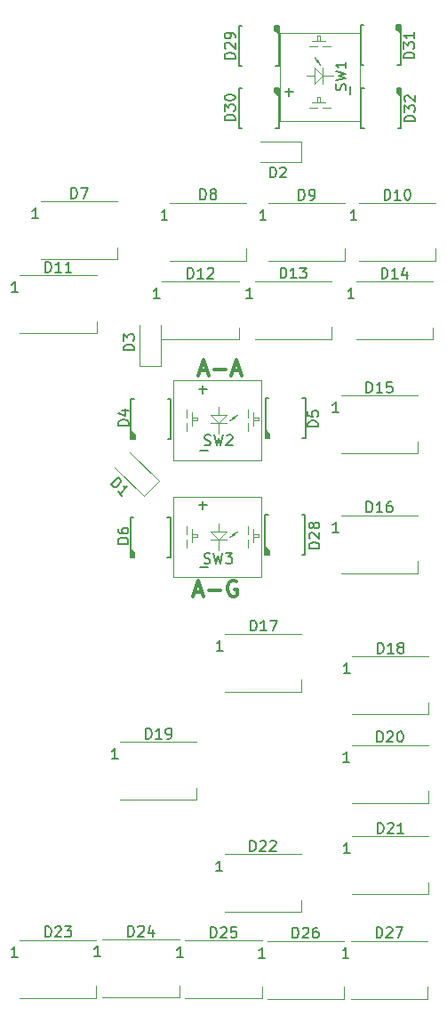
<source format=gbr>
G04 #@! TF.GenerationSoftware,KiCad,Pcbnew,(5.1.6)-1*
G04 #@! TF.CreationDate,2020-11-25T12:38:54+11:00*
G04 #@! TF.ProjectId,MasterModePushbutton,4d617374-6572-44d6-9f64-655075736862,rev?*
G04 #@! TF.SameCoordinates,Original*
G04 #@! TF.FileFunction,Legend,Top*
G04 #@! TF.FilePolarity,Positive*
%FSLAX46Y46*%
G04 Gerber Fmt 4.6, Leading zero omitted, Abs format (unit mm)*
G04 Created by KiCad (PCBNEW (5.1.6)-1) date 2020-11-25 12:38:54*
%MOMM*%
%LPD*%
G01*
G04 APERTURE LIST*
%ADD10C,0.300000*%
%ADD11C,0.120000*%
%ADD12C,0.127000*%
%ADD13C,0.150000*%
G04 APERTURE END LIST*
D10*
X219011965Y-112351480D02*
X219726251Y-112351480D01*
X218869108Y-112780051D02*
X219369108Y-111280051D01*
X219869108Y-112780051D01*
X220369108Y-112208622D02*
X221511965Y-112208622D01*
X223011965Y-111351480D02*
X222869108Y-111280051D01*
X222654822Y-111280051D01*
X222440537Y-111351480D01*
X222297680Y-111494337D01*
X222226251Y-111637194D01*
X222154822Y-111922908D01*
X222154822Y-112137194D01*
X222226251Y-112422908D01*
X222297680Y-112565765D01*
X222440537Y-112708622D01*
X222654822Y-112780051D01*
X222797680Y-112780051D01*
X223011965Y-112708622D01*
X223083394Y-112637194D01*
X223083394Y-112137194D01*
X222797680Y-112137194D01*
X219519108Y-91351480D02*
X220233394Y-91351480D01*
X219376251Y-91780051D02*
X219876251Y-90280051D01*
X220376251Y-91780051D01*
X220876251Y-91208622D02*
X222019108Y-91208622D01*
X222661965Y-91351480D02*
X223376251Y-91351480D01*
X222519108Y-91780051D02*
X223019108Y-90280051D01*
X223519108Y-91780051D01*
D11*
X213789520Y-90898980D02*
X215789520Y-90898980D01*
X215789520Y-90898980D02*
X215789520Y-86998980D01*
X213789520Y-90898980D02*
X213789520Y-86998980D01*
X229196960Y-71524540D02*
X229196960Y-69524540D01*
X229196960Y-69524540D02*
X225296960Y-69524540D01*
X229196960Y-71524540D02*
X225296960Y-71524540D01*
X214177343Y-103259457D02*
X215591557Y-101845243D01*
X215591557Y-101845243D02*
X212833841Y-99087527D01*
X214177343Y-103259457D02*
X211419627Y-100501741D01*
D12*
G36*
X225736000Y-108853000D02*
G01*
X226117000Y-108853000D01*
X226117000Y-108472000D01*
X225736000Y-108091000D01*
X225736000Y-108853000D01*
G37*
X225736000Y-108853000D02*
X226117000Y-108853000D01*
X226117000Y-108472000D01*
X225736000Y-108091000D01*
X225736000Y-108853000D01*
X229541000Y-105048000D02*
X229241000Y-105048000D01*
X229541000Y-108848000D02*
X229541000Y-105048000D01*
X229241000Y-108848000D02*
X229541000Y-108848000D01*
X225741000Y-105048000D02*
X226041000Y-105048000D01*
X225741000Y-108848000D02*
X225741000Y-105048000D01*
X226041000Y-108848000D02*
X225741000Y-108848000D01*
G36*
X212909000Y-109082000D02*
G01*
X213290000Y-109082000D01*
X213290000Y-108701000D01*
X212909000Y-108320000D01*
X212909000Y-109082000D01*
G37*
X212909000Y-109082000D02*
X213290000Y-109082000D01*
X213290000Y-108701000D01*
X212909000Y-108320000D01*
X212909000Y-109082000D01*
X216714000Y-105277000D02*
X216414000Y-105277000D01*
X216714000Y-109077000D02*
X216714000Y-105277000D01*
X216414000Y-109077000D02*
X216714000Y-109077000D01*
X212914000Y-105277000D02*
X213214000Y-105277000D01*
X212914000Y-109077000D02*
X212914000Y-105277000D01*
X213214000Y-109077000D02*
X212914000Y-109077000D01*
G36*
X225758000Y-97758500D02*
G01*
X226139000Y-97758500D01*
X226139000Y-97377500D01*
X225758000Y-96996500D01*
X225758000Y-97758500D01*
G37*
X225758000Y-97758500D02*
X226139000Y-97758500D01*
X226139000Y-97377500D01*
X225758000Y-96996500D01*
X225758000Y-97758500D01*
X229563000Y-93953500D02*
X229263000Y-93953500D01*
X229563000Y-97753500D02*
X229563000Y-93953500D01*
X229263000Y-97753500D02*
X229563000Y-97753500D01*
X225763000Y-93953500D02*
X226063000Y-93953500D01*
X225763000Y-97753500D02*
X225763000Y-93953500D01*
X226063000Y-97753500D02*
X225763000Y-97753500D01*
G36*
X212957000Y-97834700D02*
G01*
X213338000Y-97834700D01*
X213338000Y-97453700D01*
X212957000Y-97072700D01*
X212957000Y-97834700D01*
G37*
X212957000Y-97834700D02*
X213338000Y-97834700D01*
X213338000Y-97453700D01*
X212957000Y-97072700D01*
X212957000Y-97834700D01*
X216762000Y-94029700D02*
X216462000Y-94029700D01*
X216762000Y-97829700D02*
X216762000Y-94029700D01*
X216462000Y-97829700D02*
X216762000Y-97829700D01*
X212962000Y-94029700D02*
X213262000Y-94029700D01*
X212962000Y-97829700D02*
X212962000Y-94029700D01*
X213262000Y-97829700D02*
X212962000Y-97829700D01*
X238385000Y-64509700D02*
X238685000Y-64509700D01*
X238685000Y-64509700D02*
X238685000Y-68309700D01*
X238685000Y-68309700D02*
X238385000Y-68309700D01*
X235185000Y-64509700D02*
X234885000Y-64509700D01*
X234885000Y-64509700D02*
X234885000Y-68309700D01*
X234885000Y-68309700D02*
X235185000Y-68309700D01*
G36*
X238690000Y-64504700D02*
G01*
X238309000Y-64504700D01*
X238309000Y-64885700D01*
X238690000Y-65266700D01*
X238690000Y-64504700D01*
G37*
X238690000Y-64504700D02*
X238309000Y-64504700D01*
X238309000Y-64885700D01*
X238690000Y-65266700D01*
X238690000Y-64504700D01*
X238320000Y-58467100D02*
X238620000Y-58467100D01*
X238620000Y-58467100D02*
X238620000Y-62267100D01*
X238620000Y-62267100D02*
X238320000Y-62267100D01*
X235120000Y-58467100D02*
X234820000Y-58467100D01*
X234820000Y-58467100D02*
X234820000Y-62267100D01*
X234820000Y-62267100D02*
X235120000Y-62267100D01*
G36*
X238625000Y-58462100D02*
G01*
X238244000Y-58462100D01*
X238244000Y-58843100D01*
X238625000Y-59224100D01*
X238625000Y-58462100D01*
G37*
X238625000Y-58462100D02*
X238244000Y-58462100D01*
X238244000Y-58843100D01*
X238625000Y-59224100D01*
X238625000Y-58462100D01*
X226726000Y-64458900D02*
X227026000Y-64458900D01*
X227026000Y-64458900D02*
X227026000Y-68258900D01*
X227026000Y-68258900D02*
X226726000Y-68258900D01*
X223526000Y-64458900D02*
X223226000Y-64458900D01*
X223226000Y-64458900D02*
X223226000Y-68258900D01*
X223226000Y-68258900D02*
X223526000Y-68258900D01*
G36*
X227031000Y-64453900D02*
G01*
X226650000Y-64453900D01*
X226650000Y-64834900D01*
X227031000Y-65215900D01*
X227031000Y-64453900D01*
G37*
X227031000Y-64453900D02*
X226650000Y-64453900D01*
X226650000Y-64834900D01*
X227031000Y-65215900D01*
X227031000Y-64453900D01*
X226726000Y-58571300D02*
X227026000Y-58571300D01*
X227026000Y-58571300D02*
X227026000Y-62371300D01*
X227026000Y-62371300D02*
X226726000Y-62371300D01*
X223526000Y-58571300D02*
X223226000Y-58571300D01*
X223226000Y-58571300D02*
X223226000Y-62371300D01*
X223226000Y-62371300D02*
X223526000Y-62371300D01*
G36*
X227031000Y-58566300D02*
G01*
X226650000Y-58566300D01*
X226650000Y-58947300D01*
X227031000Y-59328300D01*
X227031000Y-58566300D01*
G37*
X227031000Y-58566300D02*
X226650000Y-58566300D01*
X226650000Y-58947300D01*
X227031000Y-59328300D01*
X227031000Y-58566300D01*
D11*
X241208000Y-151052000D02*
X241208000Y-149902000D01*
X233908000Y-151052000D02*
X241208000Y-151052000D01*
X233908000Y-145552000D02*
X241208000Y-145552000D01*
X233221000Y-151077000D02*
X233221000Y-149927000D01*
X225921000Y-151077000D02*
X233221000Y-151077000D01*
X225921000Y-145577000D02*
X233221000Y-145577000D01*
X225421000Y-151026000D02*
X225421000Y-149876000D01*
X218121000Y-151026000D02*
X225421000Y-151026000D01*
X218121000Y-145526000D02*
X225421000Y-145526000D01*
X217547000Y-150925000D02*
X217547000Y-149775000D01*
X210247000Y-150925000D02*
X217547000Y-150925000D01*
X210247000Y-145425000D02*
X217547000Y-145425000D01*
X221327000Y-105833000D02*
X221327000Y-106595000D01*
X221327000Y-106595000D02*
X222089000Y-106595000D01*
X222089000Y-106595000D02*
X221327000Y-107357000D01*
X221327000Y-107357000D02*
X220565000Y-106595000D01*
X220565000Y-106595000D02*
X221327000Y-106595000D01*
X222089000Y-107357000D02*
X220565000Y-107357000D01*
X220565000Y-107357000D02*
X221327000Y-107357000D01*
X221327000Y-107357000D02*
X221327000Y-108373000D01*
X223105000Y-106595000D02*
X222597000Y-106849000D01*
X222597000Y-106849000D02*
X222851000Y-106849000D01*
X222851000Y-106849000D02*
X222343000Y-107103000D01*
X218279000Y-106087000D02*
X218279000Y-106849000D01*
X218279000Y-107357000D02*
X218279000Y-108119000D01*
X218787000Y-106341000D02*
X218787000Y-107611000D01*
X218787000Y-106849000D02*
X219295000Y-106849000D01*
X219295000Y-106849000D02*
X219295000Y-107103000D01*
X219295000Y-107103000D02*
X218787000Y-107103000D01*
X224629000Y-106849000D02*
X225137000Y-106849000D01*
X224121000Y-107357000D02*
X224121000Y-108119000D01*
X224629000Y-106341000D02*
X224629000Y-107611000D01*
X225137000Y-106849000D02*
X225137000Y-107103000D01*
X224121000Y-106087000D02*
X224121000Y-106849000D01*
X225137000Y-107103000D02*
X224629000Y-107103000D01*
X217263000Y-103293000D02*
X225391000Y-103293000D01*
X225391000Y-103293000D02*
X225377000Y-110913000D01*
X225397000Y-110913000D02*
X217015000Y-110913000D01*
X217007000Y-110913000D02*
X217009000Y-103293000D01*
X217009000Y-103293000D02*
X218279000Y-103293000D01*
X221327000Y-94809500D02*
X221327000Y-95571500D01*
X221327000Y-95571500D02*
X222089000Y-95571500D01*
X222089000Y-95571500D02*
X221327000Y-96333500D01*
X221327000Y-96333500D02*
X220565000Y-95571500D01*
X220565000Y-95571500D02*
X221327000Y-95571500D01*
X222089000Y-96333500D02*
X220565000Y-96333500D01*
X220565000Y-96333500D02*
X221327000Y-96333500D01*
X221327000Y-96333500D02*
X221327000Y-97349500D01*
X223105000Y-95571500D02*
X222597000Y-95825500D01*
X222597000Y-95825500D02*
X222851000Y-95825500D01*
X222851000Y-95825500D02*
X222343000Y-96079500D01*
X218279000Y-95063500D02*
X218279000Y-95825500D01*
X218279000Y-96333500D02*
X218279000Y-97095500D01*
X218787000Y-95317500D02*
X218787000Y-96587500D01*
X218787000Y-95825500D02*
X219295000Y-95825500D01*
X219295000Y-95825500D02*
X219295000Y-96079500D01*
X219295000Y-96079500D02*
X218787000Y-96079500D01*
X224629000Y-95825500D02*
X225137000Y-95825500D01*
X224121000Y-96333500D02*
X224121000Y-97095500D01*
X224629000Y-95317500D02*
X224629000Y-96587500D01*
X225137000Y-95825500D02*
X225137000Y-96079500D01*
X224121000Y-95063500D02*
X224121000Y-95825500D01*
X225137000Y-96079500D02*
X224629000Y-96079500D01*
X217263000Y-92269500D02*
X225391000Y-92269500D01*
X225391000Y-92269500D02*
X225377000Y-99889500D01*
X225397000Y-99889500D02*
X217015000Y-99889500D01*
X217007000Y-99889500D02*
X217009000Y-92269500D01*
X217009000Y-92269500D02*
X218279000Y-92269500D01*
X229710000Y-63302700D02*
X230472000Y-63302700D01*
X230472000Y-63302700D02*
X230472000Y-62540700D01*
X230472000Y-62540700D02*
X231234000Y-63302700D01*
X231234000Y-63302700D02*
X230472000Y-64064700D01*
X230472000Y-64064700D02*
X230472000Y-63302700D01*
X231234000Y-62540700D02*
X231234000Y-64064700D01*
X231234000Y-64064700D02*
X231234000Y-63302700D01*
X231234000Y-63302700D02*
X232250000Y-63302700D01*
X230472000Y-61524700D02*
X230726000Y-62032700D01*
X230726000Y-62032700D02*
X230726000Y-61778700D01*
X230726000Y-61778700D02*
X230980000Y-62286700D01*
X229964000Y-66350700D02*
X230726000Y-66350700D01*
X231234000Y-66350700D02*
X231996000Y-66350700D01*
X230218000Y-65842700D02*
X231488000Y-65842700D01*
X230726000Y-65842700D02*
X230726000Y-65334700D01*
X230726000Y-65334700D02*
X230980000Y-65334700D01*
X230980000Y-65334700D02*
X230980000Y-65842700D01*
X230726000Y-60000700D02*
X230726000Y-59492700D01*
X231234000Y-60508700D02*
X231996000Y-60508700D01*
X230218000Y-60000700D02*
X231488000Y-60000700D01*
X230726000Y-59492700D02*
X230980000Y-59492700D01*
X229964000Y-60508700D02*
X230726000Y-60508700D01*
X230980000Y-59492700D02*
X230980000Y-60000700D01*
X227170000Y-67366700D02*
X227170000Y-59238700D01*
X227170000Y-59238700D02*
X234790000Y-59252700D01*
X234790000Y-59232700D02*
X234790000Y-67614700D01*
X234790000Y-67622700D02*
X227170000Y-67620700D01*
X227170000Y-67620700D02*
X227170000Y-66350700D01*
X209650000Y-150975000D02*
X209650000Y-149825000D01*
X202350000Y-150975000D02*
X209650000Y-150975000D01*
X202350000Y-145475000D02*
X209650000Y-145475000D01*
X229168000Y-142822000D02*
X229168000Y-141672000D01*
X221868000Y-142822000D02*
X229168000Y-142822000D01*
X221868000Y-137322000D02*
X229168000Y-137322000D01*
X241321000Y-141120000D02*
X241321000Y-139970000D01*
X234021000Y-141120000D02*
X241321000Y-141120000D01*
X234021000Y-135620000D02*
X241321000Y-135620000D01*
X241270000Y-132433000D02*
X241270000Y-131283000D01*
X233970000Y-132433000D02*
X241270000Y-132433000D01*
X233970000Y-126933000D02*
X241270000Y-126933000D01*
X219223000Y-132129000D02*
X219223000Y-130979000D01*
X211923000Y-132129000D02*
X219223000Y-132129000D01*
X211923000Y-126629000D02*
X219223000Y-126629000D01*
X241321000Y-124001000D02*
X241321000Y-122851000D01*
X234021000Y-124001000D02*
X241321000Y-124001000D01*
X234021000Y-118501000D02*
X241321000Y-118501000D01*
X229208000Y-121867000D02*
X229208000Y-120717000D01*
X221908000Y-121867000D02*
X229208000Y-121867000D01*
X221908000Y-116367000D02*
X229208000Y-116367000D01*
X240254000Y-110589000D02*
X240254000Y-109439000D01*
X232954000Y-110589000D02*
X240254000Y-110589000D01*
X232954000Y-105089000D02*
X240254000Y-105089000D01*
X240254000Y-99210300D02*
X240254000Y-98060300D01*
X232954000Y-99210300D02*
X240254000Y-99210300D01*
X232954000Y-93710300D02*
X240254000Y-93710300D01*
X241716000Y-88364700D02*
X241716000Y-87214700D01*
X234416000Y-88364700D02*
X241716000Y-88364700D01*
X234416000Y-82864700D02*
X241716000Y-82864700D01*
X232052000Y-88339100D02*
X232052000Y-87189100D01*
X224752000Y-88339100D02*
X232052000Y-88339100D01*
X224752000Y-82839100D02*
X232052000Y-82839100D01*
X223213000Y-88364700D02*
X223213000Y-87214700D01*
X215913000Y-88364700D02*
X223213000Y-88364700D01*
X215913000Y-82864700D02*
X223213000Y-82864700D01*
X209673000Y-87780300D02*
X209673000Y-86630300D01*
X202373000Y-87780300D02*
X209673000Y-87780300D01*
X202373000Y-82280300D02*
X209673000Y-82280300D01*
X241970000Y-80897100D02*
X241970000Y-79747100D01*
X234670000Y-80897100D02*
X241970000Y-80897100D01*
X234670000Y-75397100D02*
X241970000Y-75397100D01*
X233334000Y-80897100D02*
X233334000Y-79747100D01*
X226034000Y-80897100D02*
X233334000Y-80897100D01*
X226034000Y-75397100D02*
X233334000Y-75397100D01*
X223936000Y-80871500D02*
X223936000Y-79721500D01*
X216636000Y-80871500D02*
X223936000Y-80871500D01*
X216636000Y-75371500D02*
X223936000Y-75371500D01*
X211642000Y-80744700D02*
X211642000Y-79594700D01*
X204342000Y-80744700D02*
X211642000Y-80744700D01*
X204342000Y-75244700D02*
X211642000Y-75244700D01*
D13*
X213241900Y-89387075D02*
X212241900Y-89387075D01*
X212241900Y-89148980D01*
X212289520Y-89006122D01*
X212384758Y-88910884D01*
X212479996Y-88863265D01*
X212670472Y-88815646D01*
X212813329Y-88815646D01*
X213003805Y-88863265D01*
X213099043Y-88910884D01*
X213194281Y-89006122D01*
X213241900Y-89148980D01*
X213241900Y-89387075D01*
X212241900Y-88482313D02*
X212241900Y-87863265D01*
X212622853Y-88196599D01*
X212622853Y-88053741D01*
X212670472Y-87958503D01*
X212718091Y-87910884D01*
X212813329Y-87863265D01*
X213051424Y-87863265D01*
X213146662Y-87910884D01*
X213194281Y-87958503D01*
X213241900Y-88053741D01*
X213241900Y-88339456D01*
X213194281Y-88434694D01*
X213146662Y-88482313D01*
X226208864Y-72976920D02*
X226208864Y-71976920D01*
X226446960Y-71976920D01*
X226589817Y-72024540D01*
X226685055Y-72119778D01*
X226732674Y-72215016D01*
X226780293Y-72405492D01*
X226780293Y-72548349D01*
X226732674Y-72738825D01*
X226685055Y-72834063D01*
X226589817Y-72929301D01*
X226446960Y-72976920D01*
X226208864Y-72976920D01*
X227161245Y-72072159D02*
X227208864Y-72024540D01*
X227304102Y-71976920D01*
X227542198Y-71976920D01*
X227637436Y-72024540D01*
X227685055Y-72072159D01*
X227732674Y-72167397D01*
X227732674Y-72262635D01*
X227685055Y-72405492D01*
X227113626Y-72976920D01*
X227732674Y-72976920D01*
X211037452Y-102173543D02*
X211744558Y-101466436D01*
X211912917Y-101634795D01*
X211980261Y-101769482D01*
X211980261Y-101904169D01*
X211946589Y-102005184D01*
X211845574Y-102173543D01*
X211744558Y-102274558D01*
X211576200Y-102375574D01*
X211475184Y-102409245D01*
X211340497Y-102409245D01*
X211205810Y-102341902D01*
X211037452Y-102173543D01*
X212114948Y-103251039D02*
X211710887Y-102846978D01*
X211912917Y-103049009D02*
X212620024Y-102341902D01*
X212451665Y-102375574D01*
X212316978Y-102375574D01*
X212215963Y-102341902D01*
X230898780Y-108241085D02*
X229898780Y-108241085D01*
X229898780Y-108002990D01*
X229946400Y-107860133D01*
X230041638Y-107764895D01*
X230136876Y-107717276D01*
X230327352Y-107669657D01*
X230470209Y-107669657D01*
X230660685Y-107717276D01*
X230755923Y-107764895D01*
X230851161Y-107860133D01*
X230898780Y-108002990D01*
X230898780Y-108241085D01*
X229994019Y-107288704D02*
X229946400Y-107241085D01*
X229898780Y-107145847D01*
X229898780Y-106907752D01*
X229946400Y-106812514D01*
X229994019Y-106764895D01*
X230089257Y-106717276D01*
X230184495Y-106717276D01*
X230327352Y-106764895D01*
X230898780Y-107336323D01*
X230898780Y-106717276D01*
X230327352Y-106145847D02*
X230279733Y-106241085D01*
X230232114Y-106288704D01*
X230136876Y-106336323D01*
X230089257Y-106336323D01*
X229994019Y-106288704D01*
X229946400Y-106241085D01*
X229898780Y-106145847D01*
X229898780Y-105955371D01*
X229946400Y-105860133D01*
X229994019Y-105812514D01*
X230089257Y-105764895D01*
X230136876Y-105764895D01*
X230232114Y-105812514D01*
X230279733Y-105860133D01*
X230327352Y-105955371D01*
X230327352Y-106145847D01*
X230374971Y-106241085D01*
X230422590Y-106288704D01*
X230517828Y-106336323D01*
X230708304Y-106336323D01*
X230803542Y-106288704D01*
X230851161Y-106241085D01*
X230898780Y-106145847D01*
X230898780Y-105955371D01*
X230851161Y-105860133D01*
X230803542Y-105812514D01*
X230708304Y-105764895D01*
X230517828Y-105764895D01*
X230422590Y-105812514D01*
X230374971Y-105860133D01*
X230327352Y-105955371D01*
X212700980Y-107788095D02*
X211700980Y-107788095D01*
X211700980Y-107550000D01*
X211748600Y-107407142D01*
X211843838Y-107311904D01*
X211939076Y-107264285D01*
X212129552Y-107216666D01*
X212272409Y-107216666D01*
X212462885Y-107264285D01*
X212558123Y-107311904D01*
X212653361Y-107407142D01*
X212700980Y-107550000D01*
X212700980Y-107788095D01*
X211700980Y-106359523D02*
X211700980Y-106550000D01*
X211748600Y-106645238D01*
X211796219Y-106692857D01*
X211939076Y-106788095D01*
X212129552Y-106835714D01*
X212510504Y-106835714D01*
X212605742Y-106788095D01*
X212653361Y-106740476D01*
X212700980Y-106645238D01*
X212700980Y-106454761D01*
X212653361Y-106359523D01*
X212605742Y-106311904D01*
X212510504Y-106264285D01*
X212272409Y-106264285D01*
X212177171Y-106311904D01*
X212129552Y-106359523D01*
X212081933Y-106454761D01*
X212081933Y-106645238D01*
X212129552Y-106740476D01*
X212177171Y-106788095D01*
X212272409Y-106835714D01*
X230796380Y-96665195D02*
X229796380Y-96665195D01*
X229796380Y-96427100D01*
X229844000Y-96284242D01*
X229939238Y-96189004D01*
X230034476Y-96141385D01*
X230224952Y-96093766D01*
X230367809Y-96093766D01*
X230558285Y-96141385D01*
X230653523Y-96189004D01*
X230748761Y-96284242D01*
X230796380Y-96427100D01*
X230796380Y-96665195D01*
X229796380Y-95189004D02*
X229796380Y-95665195D01*
X230272571Y-95712814D01*
X230224952Y-95665195D01*
X230177333Y-95569957D01*
X230177333Y-95331861D01*
X230224952Y-95236623D01*
X230272571Y-95189004D01*
X230367809Y-95141385D01*
X230605904Y-95141385D01*
X230701142Y-95189004D01*
X230748761Y-95236623D01*
X230796380Y-95331861D01*
X230796380Y-95569957D01*
X230748761Y-95665195D01*
X230701142Y-95712814D01*
X212748980Y-96540795D02*
X211748980Y-96540795D01*
X211748980Y-96302700D01*
X211796600Y-96159842D01*
X211891838Y-96064604D01*
X211987076Y-96016985D01*
X212177552Y-95969366D01*
X212320409Y-95969366D01*
X212510885Y-96016985D01*
X212606123Y-96064604D01*
X212701361Y-96159842D01*
X212748980Y-96302700D01*
X212748980Y-96540795D01*
X212082314Y-95112223D02*
X212748980Y-95112223D01*
X211701361Y-95350319D02*
X212415647Y-95588414D01*
X212415647Y-94969366D01*
X240017860Y-67626565D02*
X239017860Y-67626565D01*
X239017860Y-67388470D01*
X239065480Y-67245613D01*
X239160718Y-67150375D01*
X239255956Y-67102756D01*
X239446432Y-67055137D01*
X239589289Y-67055137D01*
X239779765Y-67102756D01*
X239875003Y-67150375D01*
X239970241Y-67245613D01*
X240017860Y-67388470D01*
X240017860Y-67626565D01*
X239017860Y-66721803D02*
X239017860Y-66102756D01*
X239398813Y-66436089D01*
X239398813Y-66293232D01*
X239446432Y-66197994D01*
X239494051Y-66150375D01*
X239589289Y-66102756D01*
X239827384Y-66102756D01*
X239922622Y-66150375D01*
X239970241Y-66197994D01*
X240017860Y-66293232D01*
X240017860Y-66578946D01*
X239970241Y-66674184D01*
X239922622Y-66721803D01*
X239113099Y-65721803D02*
X239065480Y-65674184D01*
X239017860Y-65578946D01*
X239017860Y-65340851D01*
X239065480Y-65245613D01*
X239113099Y-65197994D01*
X239208337Y-65150375D01*
X239303575Y-65150375D01*
X239446432Y-65197994D01*
X240017860Y-65769422D01*
X240017860Y-65150375D01*
X239952860Y-61634765D02*
X238952860Y-61634765D01*
X238952860Y-61396670D01*
X239000480Y-61253813D01*
X239095718Y-61158575D01*
X239190956Y-61110956D01*
X239381432Y-61063337D01*
X239524289Y-61063337D01*
X239714765Y-61110956D01*
X239810003Y-61158575D01*
X239905241Y-61253813D01*
X239952860Y-61396670D01*
X239952860Y-61634765D01*
X238952860Y-60730003D02*
X238952860Y-60110956D01*
X239333813Y-60444289D01*
X239333813Y-60301432D01*
X239381432Y-60206194D01*
X239429051Y-60158575D01*
X239524289Y-60110956D01*
X239762384Y-60110956D01*
X239857622Y-60158575D01*
X239905241Y-60206194D01*
X239952860Y-60301432D01*
X239952860Y-60587146D01*
X239905241Y-60682384D01*
X239857622Y-60730003D01*
X239952860Y-59158575D02*
X239952860Y-59730003D01*
X239952860Y-59444289D02*
X238952860Y-59444289D01*
X239095718Y-59539527D01*
X239190956Y-59634765D01*
X239238575Y-59730003D01*
X222872260Y-67550365D02*
X221872260Y-67550365D01*
X221872260Y-67312270D01*
X221919880Y-67169413D01*
X222015118Y-67074175D01*
X222110356Y-67026556D01*
X222300832Y-66978937D01*
X222443689Y-66978937D01*
X222634165Y-67026556D01*
X222729403Y-67074175D01*
X222824641Y-67169413D01*
X222872260Y-67312270D01*
X222872260Y-67550365D01*
X221872260Y-66645603D02*
X221872260Y-66026556D01*
X222253213Y-66359889D01*
X222253213Y-66217032D01*
X222300832Y-66121794D01*
X222348451Y-66074175D01*
X222443689Y-66026556D01*
X222681784Y-66026556D01*
X222777022Y-66074175D01*
X222824641Y-66121794D01*
X222872260Y-66217032D01*
X222872260Y-66502746D01*
X222824641Y-66597984D01*
X222777022Y-66645603D01*
X221872260Y-65407508D02*
X221872260Y-65312270D01*
X221919880Y-65217032D01*
X221967499Y-65169413D01*
X222062737Y-65121794D01*
X222253213Y-65074175D01*
X222491308Y-65074175D01*
X222681784Y-65121794D01*
X222777022Y-65169413D01*
X222824641Y-65217032D01*
X222872260Y-65312270D01*
X222872260Y-65407508D01*
X222824641Y-65502746D01*
X222777022Y-65550365D01*
X222681784Y-65597984D01*
X222491308Y-65645603D01*
X222253213Y-65645603D01*
X222062737Y-65597984D01*
X221967499Y-65550365D01*
X221919880Y-65502746D01*
X221872260Y-65407508D01*
X222872260Y-61657565D02*
X221872260Y-61657565D01*
X221872260Y-61419470D01*
X221919880Y-61276613D01*
X222015118Y-61181375D01*
X222110356Y-61133756D01*
X222300832Y-61086137D01*
X222443689Y-61086137D01*
X222634165Y-61133756D01*
X222729403Y-61181375D01*
X222824641Y-61276613D01*
X222872260Y-61419470D01*
X222872260Y-61657565D01*
X221967499Y-60705184D02*
X221919880Y-60657565D01*
X221872260Y-60562327D01*
X221872260Y-60324232D01*
X221919880Y-60228994D01*
X221967499Y-60181375D01*
X222062737Y-60133756D01*
X222157975Y-60133756D01*
X222300832Y-60181375D01*
X222872260Y-60752803D01*
X222872260Y-60133756D01*
X222872260Y-59657565D02*
X222872260Y-59467089D01*
X222824641Y-59371851D01*
X222777022Y-59324232D01*
X222634165Y-59228994D01*
X222443689Y-59181375D01*
X222062737Y-59181375D01*
X221967499Y-59228994D01*
X221919880Y-59276613D01*
X221872260Y-59371851D01*
X221872260Y-59562327D01*
X221919880Y-59657565D01*
X221967499Y-59705184D01*
X222062737Y-59752803D01*
X222300832Y-59752803D01*
X222396070Y-59705184D01*
X222443689Y-59657565D01*
X222491308Y-59562327D01*
X222491308Y-59371851D01*
X222443689Y-59276613D01*
X222396070Y-59228994D01*
X222300832Y-59181375D01*
X236343714Y-145254380D02*
X236343714Y-144254380D01*
X236581809Y-144254380D01*
X236724666Y-144302000D01*
X236819904Y-144397238D01*
X236867523Y-144492476D01*
X236915142Y-144682952D01*
X236915142Y-144825809D01*
X236867523Y-145016285D01*
X236819904Y-145111523D01*
X236724666Y-145206761D01*
X236581809Y-145254380D01*
X236343714Y-145254380D01*
X237296095Y-144349619D02*
X237343714Y-144302000D01*
X237438952Y-144254380D01*
X237677047Y-144254380D01*
X237772285Y-144302000D01*
X237819904Y-144349619D01*
X237867523Y-144444857D01*
X237867523Y-144540095D01*
X237819904Y-144682952D01*
X237248476Y-145254380D01*
X237867523Y-145254380D01*
X238200857Y-144254380D02*
X238867523Y-144254380D01*
X238438952Y-145254380D01*
X233693714Y-147154380D02*
X233122285Y-147154380D01*
X233408000Y-147154380D02*
X233408000Y-146154380D01*
X233312761Y-146297238D01*
X233217523Y-146392476D01*
X233122285Y-146440095D01*
X228356714Y-145279380D02*
X228356714Y-144279380D01*
X228594809Y-144279380D01*
X228737666Y-144327000D01*
X228832904Y-144422238D01*
X228880523Y-144517476D01*
X228928142Y-144707952D01*
X228928142Y-144850809D01*
X228880523Y-145041285D01*
X228832904Y-145136523D01*
X228737666Y-145231761D01*
X228594809Y-145279380D01*
X228356714Y-145279380D01*
X229309095Y-144374619D02*
X229356714Y-144327000D01*
X229451952Y-144279380D01*
X229690047Y-144279380D01*
X229785285Y-144327000D01*
X229832904Y-144374619D01*
X229880523Y-144469857D01*
X229880523Y-144565095D01*
X229832904Y-144707952D01*
X229261476Y-145279380D01*
X229880523Y-145279380D01*
X230737666Y-144279380D02*
X230547190Y-144279380D01*
X230451952Y-144327000D01*
X230404333Y-144374619D01*
X230309095Y-144517476D01*
X230261476Y-144707952D01*
X230261476Y-145088904D01*
X230309095Y-145184142D01*
X230356714Y-145231761D01*
X230451952Y-145279380D01*
X230642428Y-145279380D01*
X230737666Y-145231761D01*
X230785285Y-145184142D01*
X230832904Y-145088904D01*
X230832904Y-144850809D01*
X230785285Y-144755571D01*
X230737666Y-144707952D01*
X230642428Y-144660333D01*
X230451952Y-144660333D01*
X230356714Y-144707952D01*
X230309095Y-144755571D01*
X230261476Y-144850809D01*
X225706714Y-147179380D02*
X225135285Y-147179380D01*
X225421000Y-147179380D02*
X225421000Y-146179380D01*
X225325761Y-146322238D01*
X225230523Y-146417476D01*
X225135285Y-146465095D01*
X220556714Y-145228380D02*
X220556714Y-144228380D01*
X220794809Y-144228380D01*
X220937666Y-144276000D01*
X221032904Y-144371238D01*
X221080523Y-144466476D01*
X221128142Y-144656952D01*
X221128142Y-144799809D01*
X221080523Y-144990285D01*
X221032904Y-145085523D01*
X220937666Y-145180761D01*
X220794809Y-145228380D01*
X220556714Y-145228380D01*
X221509095Y-144323619D02*
X221556714Y-144276000D01*
X221651952Y-144228380D01*
X221890047Y-144228380D01*
X221985285Y-144276000D01*
X222032904Y-144323619D01*
X222080523Y-144418857D01*
X222080523Y-144514095D01*
X222032904Y-144656952D01*
X221461476Y-145228380D01*
X222080523Y-145228380D01*
X222985285Y-144228380D02*
X222509095Y-144228380D01*
X222461476Y-144704571D01*
X222509095Y-144656952D01*
X222604333Y-144609333D01*
X222842428Y-144609333D01*
X222937666Y-144656952D01*
X222985285Y-144704571D01*
X223032904Y-144799809D01*
X223032904Y-145037904D01*
X222985285Y-145133142D01*
X222937666Y-145180761D01*
X222842428Y-145228380D01*
X222604333Y-145228380D01*
X222509095Y-145180761D01*
X222461476Y-145133142D01*
X217906714Y-147128380D02*
X217335285Y-147128380D01*
X217621000Y-147128380D02*
X217621000Y-146128380D01*
X217525761Y-146271238D01*
X217430523Y-146366476D01*
X217335285Y-146414095D01*
X212682714Y-145127380D02*
X212682714Y-144127380D01*
X212920809Y-144127380D01*
X213063666Y-144175000D01*
X213158904Y-144270238D01*
X213206523Y-144365476D01*
X213254142Y-144555952D01*
X213254142Y-144698809D01*
X213206523Y-144889285D01*
X213158904Y-144984523D01*
X213063666Y-145079761D01*
X212920809Y-145127380D01*
X212682714Y-145127380D01*
X213635095Y-144222619D02*
X213682714Y-144175000D01*
X213777952Y-144127380D01*
X214016047Y-144127380D01*
X214111285Y-144175000D01*
X214158904Y-144222619D01*
X214206523Y-144317857D01*
X214206523Y-144413095D01*
X214158904Y-144555952D01*
X213587476Y-145127380D01*
X214206523Y-145127380D01*
X215063666Y-144460714D02*
X215063666Y-145127380D01*
X214825571Y-144079761D02*
X214587476Y-144794047D01*
X215206523Y-144794047D01*
X210032714Y-147027380D02*
X209461285Y-147027380D01*
X209747000Y-147027380D02*
X209747000Y-146027380D01*
X209651761Y-146170238D01*
X209556523Y-146265476D01*
X209461285Y-146313095D01*
X219917466Y-109616041D02*
X220060323Y-109663660D01*
X220298419Y-109663660D01*
X220393657Y-109616041D01*
X220441276Y-109568422D01*
X220488895Y-109473184D01*
X220488895Y-109377946D01*
X220441276Y-109282708D01*
X220393657Y-109235089D01*
X220298419Y-109187470D01*
X220107942Y-109139851D01*
X220012704Y-109092232D01*
X219965085Y-109044613D01*
X219917466Y-108949375D01*
X219917466Y-108854137D01*
X219965085Y-108758899D01*
X220012704Y-108711280D01*
X220107942Y-108663660D01*
X220346038Y-108663660D01*
X220488895Y-108711280D01*
X220822228Y-108663660D02*
X221060323Y-109663660D01*
X221250800Y-108949375D01*
X221441276Y-109663660D01*
X221679371Y-108663660D01*
X221965085Y-108663660D02*
X222584133Y-108663660D01*
X222250800Y-109044613D01*
X222393657Y-109044613D01*
X222488895Y-109092232D01*
X222536514Y-109139851D01*
X222584133Y-109235089D01*
X222584133Y-109473184D01*
X222536514Y-109568422D01*
X222488895Y-109616041D01*
X222393657Y-109663660D01*
X222107942Y-109663660D01*
X222012704Y-109616041D01*
X221965085Y-109568422D01*
X219526047Y-109984428D02*
X220287952Y-109984428D01*
X219422047Y-104126428D02*
X220183952Y-104126428D01*
X219803000Y-104507380D02*
X219803000Y-103745476D01*
X219968746Y-98389241D02*
X220111603Y-98436860D01*
X220349699Y-98436860D01*
X220444937Y-98389241D01*
X220492556Y-98341622D01*
X220540175Y-98246384D01*
X220540175Y-98151146D01*
X220492556Y-98055908D01*
X220444937Y-98008289D01*
X220349699Y-97960670D01*
X220159222Y-97913051D01*
X220063984Y-97865432D01*
X220016365Y-97817813D01*
X219968746Y-97722575D01*
X219968746Y-97627337D01*
X220016365Y-97532099D01*
X220063984Y-97484480D01*
X220159222Y-97436860D01*
X220397318Y-97436860D01*
X220540175Y-97484480D01*
X220873508Y-97436860D02*
X221111603Y-98436860D01*
X221302080Y-97722575D01*
X221492556Y-98436860D01*
X221730651Y-97436860D01*
X222063984Y-97532099D02*
X222111603Y-97484480D01*
X222206841Y-97436860D01*
X222444937Y-97436860D01*
X222540175Y-97484480D01*
X222587794Y-97532099D01*
X222635413Y-97627337D01*
X222635413Y-97722575D01*
X222587794Y-97865432D01*
X222016365Y-98436860D01*
X222635413Y-98436860D01*
X219526047Y-98960928D02*
X220287952Y-98960928D01*
X219422047Y-93102928D02*
X220183952Y-93102928D01*
X219803000Y-93483880D02*
X219803000Y-92721976D01*
X233390841Y-64646813D02*
X233438460Y-64503956D01*
X233438460Y-64265860D01*
X233390841Y-64170622D01*
X233343222Y-64123003D01*
X233247984Y-64075384D01*
X233152746Y-64075384D01*
X233057508Y-64123003D01*
X233009889Y-64170622D01*
X232962270Y-64265860D01*
X232914651Y-64456337D01*
X232867032Y-64551575D01*
X232819413Y-64599194D01*
X232724175Y-64646813D01*
X232628937Y-64646813D01*
X232533699Y-64599194D01*
X232486080Y-64551575D01*
X232438460Y-64456337D01*
X232438460Y-64218241D01*
X232486080Y-64075384D01*
X232438460Y-63742051D02*
X233438460Y-63503956D01*
X232724175Y-63313480D01*
X233438460Y-63123003D01*
X232438460Y-62884908D01*
X233438460Y-61980146D02*
X233438460Y-62551575D01*
X233438460Y-62265860D02*
X232438460Y-62265860D01*
X232581318Y-62361099D01*
X232676556Y-62456337D01*
X232724175Y-62551575D01*
X233861428Y-65103652D02*
X233861428Y-64341747D01*
X228003428Y-65207652D02*
X228003428Y-64445747D01*
X228384380Y-64826700D02*
X227622476Y-64826700D01*
X204785714Y-145177380D02*
X204785714Y-144177380D01*
X205023809Y-144177380D01*
X205166666Y-144225000D01*
X205261904Y-144320238D01*
X205309523Y-144415476D01*
X205357142Y-144605952D01*
X205357142Y-144748809D01*
X205309523Y-144939285D01*
X205261904Y-145034523D01*
X205166666Y-145129761D01*
X205023809Y-145177380D01*
X204785714Y-145177380D01*
X205738095Y-144272619D02*
X205785714Y-144225000D01*
X205880952Y-144177380D01*
X206119047Y-144177380D01*
X206214285Y-144225000D01*
X206261904Y-144272619D01*
X206309523Y-144367857D01*
X206309523Y-144463095D01*
X206261904Y-144605952D01*
X205690476Y-145177380D01*
X206309523Y-145177380D01*
X206642857Y-144177380D02*
X207261904Y-144177380D01*
X206928571Y-144558333D01*
X207071428Y-144558333D01*
X207166666Y-144605952D01*
X207214285Y-144653571D01*
X207261904Y-144748809D01*
X207261904Y-144986904D01*
X207214285Y-145082142D01*
X207166666Y-145129761D01*
X207071428Y-145177380D01*
X206785714Y-145177380D01*
X206690476Y-145129761D01*
X206642857Y-145082142D01*
X202135714Y-147077380D02*
X201564285Y-147077380D01*
X201850000Y-147077380D02*
X201850000Y-146077380D01*
X201754761Y-146220238D01*
X201659523Y-146315476D01*
X201564285Y-146363095D01*
X224303714Y-137024380D02*
X224303714Y-136024380D01*
X224541809Y-136024380D01*
X224684666Y-136072000D01*
X224779904Y-136167238D01*
X224827523Y-136262476D01*
X224875142Y-136452952D01*
X224875142Y-136595809D01*
X224827523Y-136786285D01*
X224779904Y-136881523D01*
X224684666Y-136976761D01*
X224541809Y-137024380D01*
X224303714Y-137024380D01*
X225256095Y-136119619D02*
X225303714Y-136072000D01*
X225398952Y-136024380D01*
X225637047Y-136024380D01*
X225732285Y-136072000D01*
X225779904Y-136119619D01*
X225827523Y-136214857D01*
X225827523Y-136310095D01*
X225779904Y-136452952D01*
X225208476Y-137024380D01*
X225827523Y-137024380D01*
X226208476Y-136119619D02*
X226256095Y-136072000D01*
X226351333Y-136024380D01*
X226589428Y-136024380D01*
X226684666Y-136072000D01*
X226732285Y-136119619D01*
X226779904Y-136214857D01*
X226779904Y-136310095D01*
X226732285Y-136452952D01*
X226160857Y-137024380D01*
X226779904Y-137024380D01*
X221653714Y-138924380D02*
X221082285Y-138924380D01*
X221368000Y-138924380D02*
X221368000Y-137924380D01*
X221272761Y-138067238D01*
X221177523Y-138162476D01*
X221082285Y-138210095D01*
X236456714Y-135322380D02*
X236456714Y-134322380D01*
X236694809Y-134322380D01*
X236837666Y-134370000D01*
X236932904Y-134465238D01*
X236980523Y-134560476D01*
X237028142Y-134750952D01*
X237028142Y-134893809D01*
X236980523Y-135084285D01*
X236932904Y-135179523D01*
X236837666Y-135274761D01*
X236694809Y-135322380D01*
X236456714Y-135322380D01*
X237409095Y-134417619D02*
X237456714Y-134370000D01*
X237551952Y-134322380D01*
X237790047Y-134322380D01*
X237885285Y-134370000D01*
X237932904Y-134417619D01*
X237980523Y-134512857D01*
X237980523Y-134608095D01*
X237932904Y-134750952D01*
X237361476Y-135322380D01*
X237980523Y-135322380D01*
X238932904Y-135322380D02*
X238361476Y-135322380D01*
X238647190Y-135322380D02*
X238647190Y-134322380D01*
X238551952Y-134465238D01*
X238456714Y-134560476D01*
X238361476Y-134608095D01*
X233806714Y-137222380D02*
X233235285Y-137222380D01*
X233521000Y-137222380D02*
X233521000Y-136222380D01*
X233425761Y-136365238D01*
X233330523Y-136460476D01*
X233235285Y-136508095D01*
X236405714Y-126635380D02*
X236405714Y-125635380D01*
X236643809Y-125635380D01*
X236786666Y-125683000D01*
X236881904Y-125778238D01*
X236929523Y-125873476D01*
X236977142Y-126063952D01*
X236977142Y-126206809D01*
X236929523Y-126397285D01*
X236881904Y-126492523D01*
X236786666Y-126587761D01*
X236643809Y-126635380D01*
X236405714Y-126635380D01*
X237358095Y-125730619D02*
X237405714Y-125683000D01*
X237500952Y-125635380D01*
X237739047Y-125635380D01*
X237834285Y-125683000D01*
X237881904Y-125730619D01*
X237929523Y-125825857D01*
X237929523Y-125921095D01*
X237881904Y-126063952D01*
X237310476Y-126635380D01*
X237929523Y-126635380D01*
X238548571Y-125635380D02*
X238643809Y-125635380D01*
X238739047Y-125683000D01*
X238786666Y-125730619D01*
X238834285Y-125825857D01*
X238881904Y-126016333D01*
X238881904Y-126254428D01*
X238834285Y-126444904D01*
X238786666Y-126540142D01*
X238739047Y-126587761D01*
X238643809Y-126635380D01*
X238548571Y-126635380D01*
X238453333Y-126587761D01*
X238405714Y-126540142D01*
X238358095Y-126444904D01*
X238310476Y-126254428D01*
X238310476Y-126016333D01*
X238358095Y-125825857D01*
X238405714Y-125730619D01*
X238453333Y-125683000D01*
X238548571Y-125635380D01*
X233755714Y-128535380D02*
X233184285Y-128535380D01*
X233470000Y-128535380D02*
X233470000Y-127535380D01*
X233374761Y-127678238D01*
X233279523Y-127773476D01*
X233184285Y-127821095D01*
X214358714Y-126331380D02*
X214358714Y-125331380D01*
X214596809Y-125331380D01*
X214739666Y-125379000D01*
X214834904Y-125474238D01*
X214882523Y-125569476D01*
X214930142Y-125759952D01*
X214930142Y-125902809D01*
X214882523Y-126093285D01*
X214834904Y-126188523D01*
X214739666Y-126283761D01*
X214596809Y-126331380D01*
X214358714Y-126331380D01*
X215882523Y-126331380D02*
X215311095Y-126331380D01*
X215596809Y-126331380D02*
X215596809Y-125331380D01*
X215501571Y-125474238D01*
X215406333Y-125569476D01*
X215311095Y-125617095D01*
X216358714Y-126331380D02*
X216549190Y-126331380D01*
X216644428Y-126283761D01*
X216692047Y-126236142D01*
X216787285Y-126093285D01*
X216834904Y-125902809D01*
X216834904Y-125521857D01*
X216787285Y-125426619D01*
X216739666Y-125379000D01*
X216644428Y-125331380D01*
X216453952Y-125331380D01*
X216358714Y-125379000D01*
X216311095Y-125426619D01*
X216263476Y-125521857D01*
X216263476Y-125759952D01*
X216311095Y-125855190D01*
X216358714Y-125902809D01*
X216453952Y-125950428D01*
X216644428Y-125950428D01*
X216739666Y-125902809D01*
X216787285Y-125855190D01*
X216834904Y-125759952D01*
X211708714Y-128231380D02*
X211137285Y-128231380D01*
X211423000Y-128231380D02*
X211423000Y-127231380D01*
X211327761Y-127374238D01*
X211232523Y-127469476D01*
X211137285Y-127517095D01*
X236456714Y-118203380D02*
X236456714Y-117203380D01*
X236694809Y-117203380D01*
X236837666Y-117251000D01*
X236932904Y-117346238D01*
X236980523Y-117441476D01*
X237028142Y-117631952D01*
X237028142Y-117774809D01*
X236980523Y-117965285D01*
X236932904Y-118060523D01*
X236837666Y-118155761D01*
X236694809Y-118203380D01*
X236456714Y-118203380D01*
X237980523Y-118203380D02*
X237409095Y-118203380D01*
X237694809Y-118203380D02*
X237694809Y-117203380D01*
X237599571Y-117346238D01*
X237504333Y-117441476D01*
X237409095Y-117489095D01*
X238551952Y-117631952D02*
X238456714Y-117584333D01*
X238409095Y-117536714D01*
X238361476Y-117441476D01*
X238361476Y-117393857D01*
X238409095Y-117298619D01*
X238456714Y-117251000D01*
X238551952Y-117203380D01*
X238742428Y-117203380D01*
X238837666Y-117251000D01*
X238885285Y-117298619D01*
X238932904Y-117393857D01*
X238932904Y-117441476D01*
X238885285Y-117536714D01*
X238837666Y-117584333D01*
X238742428Y-117631952D01*
X238551952Y-117631952D01*
X238456714Y-117679571D01*
X238409095Y-117727190D01*
X238361476Y-117822428D01*
X238361476Y-118012904D01*
X238409095Y-118108142D01*
X238456714Y-118155761D01*
X238551952Y-118203380D01*
X238742428Y-118203380D01*
X238837666Y-118155761D01*
X238885285Y-118108142D01*
X238932904Y-118012904D01*
X238932904Y-117822428D01*
X238885285Y-117727190D01*
X238837666Y-117679571D01*
X238742428Y-117631952D01*
X233806714Y-120103380D02*
X233235285Y-120103380D01*
X233521000Y-120103380D02*
X233521000Y-119103380D01*
X233425761Y-119246238D01*
X233330523Y-119341476D01*
X233235285Y-119389095D01*
X224343714Y-116069380D02*
X224343714Y-115069380D01*
X224581809Y-115069380D01*
X224724666Y-115117000D01*
X224819904Y-115212238D01*
X224867523Y-115307476D01*
X224915142Y-115497952D01*
X224915142Y-115640809D01*
X224867523Y-115831285D01*
X224819904Y-115926523D01*
X224724666Y-116021761D01*
X224581809Y-116069380D01*
X224343714Y-116069380D01*
X225867523Y-116069380D02*
X225296095Y-116069380D01*
X225581809Y-116069380D02*
X225581809Y-115069380D01*
X225486571Y-115212238D01*
X225391333Y-115307476D01*
X225296095Y-115355095D01*
X226200857Y-115069380D02*
X226867523Y-115069380D01*
X226438952Y-116069380D01*
X221693714Y-117969380D02*
X221122285Y-117969380D01*
X221408000Y-117969380D02*
X221408000Y-116969380D01*
X221312761Y-117112238D01*
X221217523Y-117207476D01*
X221122285Y-117255095D01*
X235389714Y-104791380D02*
X235389714Y-103791380D01*
X235627809Y-103791380D01*
X235770666Y-103839000D01*
X235865904Y-103934238D01*
X235913523Y-104029476D01*
X235961142Y-104219952D01*
X235961142Y-104362809D01*
X235913523Y-104553285D01*
X235865904Y-104648523D01*
X235770666Y-104743761D01*
X235627809Y-104791380D01*
X235389714Y-104791380D01*
X236913523Y-104791380D02*
X236342095Y-104791380D01*
X236627809Y-104791380D02*
X236627809Y-103791380D01*
X236532571Y-103934238D01*
X236437333Y-104029476D01*
X236342095Y-104077095D01*
X237770666Y-103791380D02*
X237580190Y-103791380D01*
X237484952Y-103839000D01*
X237437333Y-103886619D01*
X237342095Y-104029476D01*
X237294476Y-104219952D01*
X237294476Y-104600904D01*
X237342095Y-104696142D01*
X237389714Y-104743761D01*
X237484952Y-104791380D01*
X237675428Y-104791380D01*
X237770666Y-104743761D01*
X237818285Y-104696142D01*
X237865904Y-104600904D01*
X237865904Y-104362809D01*
X237818285Y-104267571D01*
X237770666Y-104219952D01*
X237675428Y-104172333D01*
X237484952Y-104172333D01*
X237389714Y-104219952D01*
X237342095Y-104267571D01*
X237294476Y-104362809D01*
X232739714Y-106691380D02*
X232168285Y-106691380D01*
X232454000Y-106691380D02*
X232454000Y-105691380D01*
X232358761Y-105834238D01*
X232263523Y-105929476D01*
X232168285Y-105977095D01*
X235389714Y-93412680D02*
X235389714Y-92412680D01*
X235627809Y-92412680D01*
X235770666Y-92460300D01*
X235865904Y-92555538D01*
X235913523Y-92650776D01*
X235961142Y-92841252D01*
X235961142Y-92984109D01*
X235913523Y-93174585D01*
X235865904Y-93269823D01*
X235770666Y-93365061D01*
X235627809Y-93412680D01*
X235389714Y-93412680D01*
X236913523Y-93412680D02*
X236342095Y-93412680D01*
X236627809Y-93412680D02*
X236627809Y-92412680D01*
X236532571Y-92555538D01*
X236437333Y-92650776D01*
X236342095Y-92698395D01*
X237818285Y-92412680D02*
X237342095Y-92412680D01*
X237294476Y-92888871D01*
X237342095Y-92841252D01*
X237437333Y-92793633D01*
X237675428Y-92793633D01*
X237770666Y-92841252D01*
X237818285Y-92888871D01*
X237865904Y-92984109D01*
X237865904Y-93222204D01*
X237818285Y-93317442D01*
X237770666Y-93365061D01*
X237675428Y-93412680D01*
X237437333Y-93412680D01*
X237342095Y-93365061D01*
X237294476Y-93317442D01*
X232739714Y-95312680D02*
X232168285Y-95312680D01*
X232454000Y-95312680D02*
X232454000Y-94312680D01*
X232358761Y-94455538D01*
X232263523Y-94550776D01*
X232168285Y-94598395D01*
X236851714Y-82567080D02*
X236851714Y-81567080D01*
X237089809Y-81567080D01*
X237232666Y-81614700D01*
X237327904Y-81709938D01*
X237375523Y-81805176D01*
X237423142Y-81995652D01*
X237423142Y-82138509D01*
X237375523Y-82328985D01*
X237327904Y-82424223D01*
X237232666Y-82519461D01*
X237089809Y-82567080D01*
X236851714Y-82567080D01*
X238375523Y-82567080D02*
X237804095Y-82567080D01*
X238089809Y-82567080D02*
X238089809Y-81567080D01*
X237994571Y-81709938D01*
X237899333Y-81805176D01*
X237804095Y-81852795D01*
X239232666Y-81900414D02*
X239232666Y-82567080D01*
X238994571Y-81519461D02*
X238756476Y-82233747D01*
X239375523Y-82233747D01*
X234201714Y-84467080D02*
X233630285Y-84467080D01*
X233916000Y-84467080D02*
X233916000Y-83467080D01*
X233820761Y-83609938D01*
X233725523Y-83705176D01*
X233630285Y-83752795D01*
X227187714Y-82541480D02*
X227187714Y-81541480D01*
X227425809Y-81541480D01*
X227568666Y-81589100D01*
X227663904Y-81684338D01*
X227711523Y-81779576D01*
X227759142Y-81970052D01*
X227759142Y-82112909D01*
X227711523Y-82303385D01*
X227663904Y-82398623D01*
X227568666Y-82493861D01*
X227425809Y-82541480D01*
X227187714Y-82541480D01*
X228711523Y-82541480D02*
X228140095Y-82541480D01*
X228425809Y-82541480D02*
X228425809Y-81541480D01*
X228330571Y-81684338D01*
X228235333Y-81779576D01*
X228140095Y-81827195D01*
X229044857Y-81541480D02*
X229663904Y-81541480D01*
X229330571Y-81922433D01*
X229473428Y-81922433D01*
X229568666Y-81970052D01*
X229616285Y-82017671D01*
X229663904Y-82112909D01*
X229663904Y-82351004D01*
X229616285Y-82446242D01*
X229568666Y-82493861D01*
X229473428Y-82541480D01*
X229187714Y-82541480D01*
X229092476Y-82493861D01*
X229044857Y-82446242D01*
X224537714Y-84441480D02*
X223966285Y-84441480D01*
X224252000Y-84441480D02*
X224252000Y-83441480D01*
X224156761Y-83584338D01*
X224061523Y-83679576D01*
X223966285Y-83727195D01*
X218348714Y-82567080D02*
X218348714Y-81567080D01*
X218586809Y-81567080D01*
X218729666Y-81614700D01*
X218824904Y-81709938D01*
X218872523Y-81805176D01*
X218920142Y-81995652D01*
X218920142Y-82138509D01*
X218872523Y-82328985D01*
X218824904Y-82424223D01*
X218729666Y-82519461D01*
X218586809Y-82567080D01*
X218348714Y-82567080D01*
X219872523Y-82567080D02*
X219301095Y-82567080D01*
X219586809Y-82567080D02*
X219586809Y-81567080D01*
X219491571Y-81709938D01*
X219396333Y-81805176D01*
X219301095Y-81852795D01*
X220253476Y-81662319D02*
X220301095Y-81614700D01*
X220396333Y-81567080D01*
X220634428Y-81567080D01*
X220729666Y-81614700D01*
X220777285Y-81662319D01*
X220824904Y-81757557D01*
X220824904Y-81852795D01*
X220777285Y-81995652D01*
X220205857Y-82567080D01*
X220824904Y-82567080D01*
X215698714Y-84467080D02*
X215127285Y-84467080D01*
X215413000Y-84467080D02*
X215413000Y-83467080D01*
X215317761Y-83609938D01*
X215222523Y-83705176D01*
X215127285Y-83752795D01*
X204808714Y-81982680D02*
X204808714Y-80982680D01*
X205046809Y-80982680D01*
X205189666Y-81030300D01*
X205284904Y-81125538D01*
X205332523Y-81220776D01*
X205380142Y-81411252D01*
X205380142Y-81554109D01*
X205332523Y-81744585D01*
X205284904Y-81839823D01*
X205189666Y-81935061D01*
X205046809Y-81982680D01*
X204808714Y-81982680D01*
X206332523Y-81982680D02*
X205761095Y-81982680D01*
X206046809Y-81982680D02*
X206046809Y-80982680D01*
X205951571Y-81125538D01*
X205856333Y-81220776D01*
X205761095Y-81268395D01*
X207284904Y-81982680D02*
X206713476Y-81982680D01*
X206999190Y-81982680D02*
X206999190Y-80982680D01*
X206903952Y-81125538D01*
X206808714Y-81220776D01*
X206713476Y-81268395D01*
X202158714Y-83882680D02*
X201587285Y-83882680D01*
X201873000Y-83882680D02*
X201873000Y-82882680D01*
X201777761Y-83025538D01*
X201682523Y-83120776D01*
X201587285Y-83168395D01*
X237105714Y-75099480D02*
X237105714Y-74099480D01*
X237343809Y-74099480D01*
X237486666Y-74147100D01*
X237581904Y-74242338D01*
X237629523Y-74337576D01*
X237677142Y-74528052D01*
X237677142Y-74670909D01*
X237629523Y-74861385D01*
X237581904Y-74956623D01*
X237486666Y-75051861D01*
X237343809Y-75099480D01*
X237105714Y-75099480D01*
X238629523Y-75099480D02*
X238058095Y-75099480D01*
X238343809Y-75099480D02*
X238343809Y-74099480D01*
X238248571Y-74242338D01*
X238153333Y-74337576D01*
X238058095Y-74385195D01*
X239248571Y-74099480D02*
X239343809Y-74099480D01*
X239439047Y-74147100D01*
X239486666Y-74194719D01*
X239534285Y-74289957D01*
X239581904Y-74480433D01*
X239581904Y-74718528D01*
X239534285Y-74909004D01*
X239486666Y-75004242D01*
X239439047Y-75051861D01*
X239343809Y-75099480D01*
X239248571Y-75099480D01*
X239153333Y-75051861D01*
X239105714Y-75004242D01*
X239058095Y-74909004D01*
X239010476Y-74718528D01*
X239010476Y-74480433D01*
X239058095Y-74289957D01*
X239105714Y-74194719D01*
X239153333Y-74147100D01*
X239248571Y-74099480D01*
X234455714Y-76999480D02*
X233884285Y-76999480D01*
X234170000Y-76999480D02*
X234170000Y-75999480D01*
X234074761Y-76142338D01*
X233979523Y-76237576D01*
X233884285Y-76285195D01*
X228945904Y-75099480D02*
X228945904Y-74099480D01*
X229184000Y-74099480D01*
X229326857Y-74147100D01*
X229422095Y-74242338D01*
X229469714Y-74337576D01*
X229517333Y-74528052D01*
X229517333Y-74670909D01*
X229469714Y-74861385D01*
X229422095Y-74956623D01*
X229326857Y-75051861D01*
X229184000Y-75099480D01*
X228945904Y-75099480D01*
X229993523Y-75099480D02*
X230184000Y-75099480D01*
X230279238Y-75051861D01*
X230326857Y-75004242D01*
X230422095Y-74861385D01*
X230469714Y-74670909D01*
X230469714Y-74289957D01*
X230422095Y-74194719D01*
X230374476Y-74147100D01*
X230279238Y-74099480D01*
X230088761Y-74099480D01*
X229993523Y-74147100D01*
X229945904Y-74194719D01*
X229898285Y-74289957D01*
X229898285Y-74528052D01*
X229945904Y-74623290D01*
X229993523Y-74670909D01*
X230088761Y-74718528D01*
X230279238Y-74718528D01*
X230374476Y-74670909D01*
X230422095Y-74623290D01*
X230469714Y-74528052D01*
X225819714Y-76999480D02*
X225248285Y-76999480D01*
X225534000Y-76999480D02*
X225534000Y-75999480D01*
X225438761Y-76142338D01*
X225343523Y-76237576D01*
X225248285Y-76285195D01*
X219547904Y-75073880D02*
X219547904Y-74073880D01*
X219786000Y-74073880D01*
X219928857Y-74121500D01*
X220024095Y-74216738D01*
X220071714Y-74311976D01*
X220119333Y-74502452D01*
X220119333Y-74645309D01*
X220071714Y-74835785D01*
X220024095Y-74931023D01*
X219928857Y-75026261D01*
X219786000Y-75073880D01*
X219547904Y-75073880D01*
X220690761Y-74502452D02*
X220595523Y-74454833D01*
X220547904Y-74407214D01*
X220500285Y-74311976D01*
X220500285Y-74264357D01*
X220547904Y-74169119D01*
X220595523Y-74121500D01*
X220690761Y-74073880D01*
X220881238Y-74073880D01*
X220976476Y-74121500D01*
X221024095Y-74169119D01*
X221071714Y-74264357D01*
X221071714Y-74311976D01*
X221024095Y-74407214D01*
X220976476Y-74454833D01*
X220881238Y-74502452D01*
X220690761Y-74502452D01*
X220595523Y-74550071D01*
X220547904Y-74597690D01*
X220500285Y-74692928D01*
X220500285Y-74883404D01*
X220547904Y-74978642D01*
X220595523Y-75026261D01*
X220690761Y-75073880D01*
X220881238Y-75073880D01*
X220976476Y-75026261D01*
X221024095Y-74978642D01*
X221071714Y-74883404D01*
X221071714Y-74692928D01*
X221024095Y-74597690D01*
X220976476Y-74550071D01*
X220881238Y-74502452D01*
X216421714Y-76973880D02*
X215850285Y-76973880D01*
X216136000Y-76973880D02*
X216136000Y-75973880D01*
X216040761Y-76116738D01*
X215945523Y-76211976D01*
X215850285Y-76259595D01*
X207253904Y-74947080D02*
X207253904Y-73947080D01*
X207492000Y-73947080D01*
X207634857Y-73994700D01*
X207730095Y-74089938D01*
X207777714Y-74185176D01*
X207825333Y-74375652D01*
X207825333Y-74518509D01*
X207777714Y-74708985D01*
X207730095Y-74804223D01*
X207634857Y-74899461D01*
X207492000Y-74947080D01*
X207253904Y-74947080D01*
X208158666Y-73947080D02*
X208825333Y-73947080D01*
X208396761Y-74947080D01*
X204127714Y-76847080D02*
X203556285Y-76847080D01*
X203842000Y-76847080D02*
X203842000Y-75847080D01*
X203746761Y-75989938D01*
X203651523Y-76085176D01*
X203556285Y-76132795D01*
M02*

</source>
